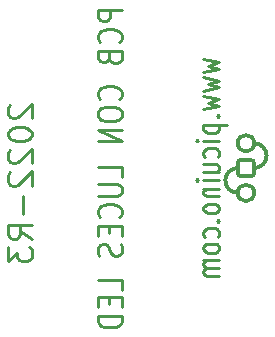
<source format=gbr>
%TF.GenerationSoftware,KiCad,Pcbnew,(5.1.12)-1*%
%TF.CreationDate,2022-03-14T19:12:09+01:00*%
%TF.ProjectId,electronic-pcb-luces-led,656c6563-7472-4696-932d-7063622d6c75,R3*%
%TF.SameCoordinates,PX3072580PY3072580*%
%TF.FileFunction,Legend,Bot*%
%TF.FilePolarity,Positive*%
%FSLAX46Y46*%
G04 Gerber Fmt 4.6, Leading zero omitted, Abs format (unit mm)*
G04 Created by KiCad (PCBNEW (5.1.12)-1) date 2022-03-14 19:12:09*
%MOMM*%
%LPD*%
G01*
G04 APERTURE LIST*
%ADD10C,0.250000*%
%ADD11C,0.300000*%
%ADD12C,6.000000*%
%ADD13R,1.600000X1.600000*%
%ADD14C,1.600000*%
%ADD15C,2.000000*%
%ADD16R,1.800000X1.800000*%
%ADD17C,1.800000*%
%ADD18O,2.400000X1.600000*%
%ADD19R,2.400000X1.600000*%
%ADD20O,2.200000X3.500000*%
%ADD21O,1.500000X2.500000*%
%ADD22R,1.500000X2.500000*%
%ADD23O,1.700000X1.700000*%
%ADD24R,1.700000X1.700000*%
G04 APERTURE END LIST*
D10*
X18145238Y-14335952D02*
X18050000Y-14431190D01*
X17954761Y-14621666D01*
X17954761Y-15097857D01*
X18050000Y-15288333D01*
X18145238Y-15383571D01*
X18335714Y-15478809D01*
X18526190Y-15478809D01*
X18811904Y-15383571D01*
X19954761Y-14240714D01*
X19954761Y-15478809D01*
X17954761Y-16716904D02*
X17954761Y-16907380D01*
X18050000Y-17097857D01*
X18145238Y-17193095D01*
X18335714Y-17288333D01*
X18716666Y-17383571D01*
X19192857Y-17383571D01*
X19573809Y-17288333D01*
X19764285Y-17193095D01*
X19859523Y-17097857D01*
X19954761Y-16907380D01*
X19954761Y-16716904D01*
X19859523Y-16526428D01*
X19764285Y-16431190D01*
X19573809Y-16335952D01*
X19192857Y-16240714D01*
X18716666Y-16240714D01*
X18335714Y-16335952D01*
X18145238Y-16431190D01*
X18050000Y-16526428D01*
X17954761Y-16716904D01*
X18145238Y-18145476D02*
X18050000Y-18240714D01*
X17954761Y-18431190D01*
X17954761Y-18907380D01*
X18050000Y-19097857D01*
X18145238Y-19193095D01*
X18335714Y-19288333D01*
X18526190Y-19288333D01*
X18811904Y-19193095D01*
X19954761Y-18050238D01*
X19954761Y-19288333D01*
X18145238Y-20050238D02*
X18050000Y-20145476D01*
X17954761Y-20335952D01*
X17954761Y-20812142D01*
X18050000Y-21002619D01*
X18145238Y-21097857D01*
X18335714Y-21193095D01*
X18526190Y-21193095D01*
X18811904Y-21097857D01*
X19954761Y-19955000D01*
X19954761Y-21193095D01*
X19192857Y-22050238D02*
X19192857Y-23574047D01*
X19954761Y-25669285D02*
X19002380Y-25002619D01*
X19954761Y-24526428D02*
X17954761Y-24526428D01*
X17954761Y-25288333D01*
X18050000Y-25478809D01*
X18145238Y-25574047D01*
X18335714Y-25669285D01*
X18621428Y-25669285D01*
X18811904Y-25574047D01*
X18907142Y-25478809D01*
X19002380Y-25288333D01*
X19002380Y-24526428D01*
X17954761Y-26335952D02*
X17954761Y-27574047D01*
X18716666Y-26907380D01*
X18716666Y-27193095D01*
X18811904Y-27383571D01*
X18907142Y-27478809D01*
X19097619Y-27574047D01*
X19573809Y-27574047D01*
X19764285Y-27478809D01*
X19859523Y-27383571D01*
X19954761Y-27193095D01*
X19954761Y-26621666D01*
X19859523Y-26431190D01*
X19764285Y-26335952D01*
X27574761Y-6268333D02*
X25574761Y-6268333D01*
X25574761Y-6935000D01*
X25670000Y-7101666D01*
X25765238Y-7185000D01*
X25955714Y-7268333D01*
X26241428Y-7268333D01*
X26431904Y-7185000D01*
X26527142Y-7101666D01*
X26622380Y-6935000D01*
X26622380Y-6268333D01*
X27384285Y-9018333D02*
X27479523Y-8935000D01*
X27574761Y-8685000D01*
X27574761Y-8518333D01*
X27479523Y-8268333D01*
X27289047Y-8101666D01*
X27098571Y-8018333D01*
X26717619Y-7935000D01*
X26431904Y-7935000D01*
X26050952Y-8018333D01*
X25860476Y-8101666D01*
X25670000Y-8268333D01*
X25574761Y-8518333D01*
X25574761Y-8685000D01*
X25670000Y-8935000D01*
X25765238Y-9018333D01*
X26527142Y-10351666D02*
X26622380Y-10601666D01*
X26717619Y-10685000D01*
X26908095Y-10768333D01*
X27193809Y-10768333D01*
X27384285Y-10685000D01*
X27479523Y-10601666D01*
X27574761Y-10435000D01*
X27574761Y-9768333D01*
X25574761Y-9768333D01*
X25574761Y-10351666D01*
X25670000Y-10518333D01*
X25765238Y-10601666D01*
X25955714Y-10685000D01*
X26146190Y-10685000D01*
X26336666Y-10601666D01*
X26431904Y-10518333D01*
X26527142Y-10351666D01*
X26527142Y-9768333D01*
X27384285Y-13851666D02*
X27479523Y-13768333D01*
X27574761Y-13518333D01*
X27574761Y-13351666D01*
X27479523Y-13101666D01*
X27289047Y-12935000D01*
X27098571Y-12851666D01*
X26717619Y-12768333D01*
X26431904Y-12768333D01*
X26050952Y-12851666D01*
X25860476Y-12935000D01*
X25670000Y-13101666D01*
X25574761Y-13351666D01*
X25574761Y-13518333D01*
X25670000Y-13768333D01*
X25765238Y-13851666D01*
X25574761Y-14935000D02*
X25574761Y-15268333D01*
X25670000Y-15435000D01*
X25860476Y-15601666D01*
X26241428Y-15685000D01*
X26908095Y-15685000D01*
X27289047Y-15601666D01*
X27479523Y-15435000D01*
X27574761Y-15268333D01*
X27574761Y-14935000D01*
X27479523Y-14768333D01*
X27289047Y-14601666D01*
X26908095Y-14518333D01*
X26241428Y-14518333D01*
X25860476Y-14601666D01*
X25670000Y-14768333D01*
X25574761Y-14935000D01*
X27574761Y-16435000D02*
X25574761Y-16435000D01*
X27574761Y-17435000D01*
X25574761Y-17435000D01*
X27574761Y-20435000D02*
X27574761Y-19601666D01*
X25574761Y-19601666D01*
X25574761Y-21018333D02*
X27193809Y-21018333D01*
X27384285Y-21101666D01*
X27479523Y-21185000D01*
X27574761Y-21351666D01*
X27574761Y-21685000D01*
X27479523Y-21851666D01*
X27384285Y-21935000D01*
X27193809Y-22018333D01*
X25574761Y-22018333D01*
X27384285Y-23851666D02*
X27479523Y-23768333D01*
X27574761Y-23518333D01*
X27574761Y-23351666D01*
X27479523Y-23101666D01*
X27289047Y-22935000D01*
X27098571Y-22851666D01*
X26717619Y-22768333D01*
X26431904Y-22768333D01*
X26050952Y-22851666D01*
X25860476Y-22935000D01*
X25670000Y-23101666D01*
X25574761Y-23351666D01*
X25574761Y-23518333D01*
X25670000Y-23768333D01*
X25765238Y-23851666D01*
X26527142Y-24601666D02*
X26527142Y-25185000D01*
X27574761Y-25435000D02*
X27574761Y-24601666D01*
X25574761Y-24601666D01*
X25574761Y-25435000D01*
X27479523Y-26101666D02*
X27574761Y-26351666D01*
X27574761Y-26768333D01*
X27479523Y-26935000D01*
X27384285Y-27018333D01*
X27193809Y-27101666D01*
X27003333Y-27101666D01*
X26812857Y-27018333D01*
X26717619Y-26935000D01*
X26622380Y-26768333D01*
X26527142Y-26435000D01*
X26431904Y-26268333D01*
X26336666Y-26185000D01*
X26146190Y-26101666D01*
X25955714Y-26101666D01*
X25765238Y-26185000D01*
X25670000Y-26268333D01*
X25574761Y-26435000D01*
X25574761Y-26851666D01*
X25670000Y-27101666D01*
X27574761Y-30018333D02*
X27574761Y-29185000D01*
X25574761Y-29185000D01*
X26527142Y-30601666D02*
X26527142Y-31185000D01*
X27574761Y-31435000D02*
X27574761Y-30601666D01*
X25574761Y-30601666D01*
X25574761Y-31435000D01*
X27574761Y-32185000D02*
X25574761Y-32185000D01*
X25574761Y-32601666D01*
X25670000Y-32851666D01*
X25860476Y-33018333D01*
X26050952Y-33101666D01*
X26431904Y-33185000D01*
X26717619Y-33185000D01*
X27098571Y-33101666D01*
X27289047Y-33018333D01*
X27479523Y-32851666D01*
X27574761Y-32601666D01*
X27574761Y-32185000D01*
D11*
%TO.C,Picuino_Logo_B6*%
X38801040Y-20083780D02*
X38801040Y-19286220D01*
X38498780Y-18983960D02*
X37701220Y-18983960D01*
X38798500Y-17584420D02*
G75*
G03*
X38798500Y-17584420I-698500J0D01*
G01*
X37701220Y-20386040D02*
X38498780Y-20386040D01*
X37398960Y-19286220D02*
X37398960Y-20083780D01*
X38798500Y-21785580D02*
G75*
G03*
X38798500Y-21785580I-698500J0D01*
G01*
X36347400Y-20736560D02*
G75*
G02*
X37398960Y-19685000I1051560J0D01*
G01*
X37398960Y-19286220D02*
G75*
G02*
X37701220Y-18983960I302260J0D01*
G01*
X38801040Y-20083780D02*
G75*
G02*
X38498780Y-20386040I-302260J0D01*
G01*
X37398960Y-21785580D02*
G75*
G02*
X36349940Y-20736560I0J1049020D01*
G01*
X38801040Y-17584420D02*
G75*
G02*
X39850060Y-18633440I0J-1049020D01*
G01*
X39852600Y-18633440D02*
G75*
G02*
X38801040Y-19685000I-1051560J0D01*
G01*
X38498780Y-18983960D02*
G75*
G02*
X38801040Y-19286220I0J-302260D01*
G01*
X37701220Y-20386040D02*
G75*
G02*
X37398960Y-20083780I0J302260D01*
G01*
D10*
X34496428Y-10435000D02*
X35829761Y-10720714D01*
X34877380Y-11006428D01*
X35829761Y-11292142D01*
X34496428Y-11577857D01*
X34496428Y-12006428D02*
X35829761Y-12292142D01*
X34877380Y-12577857D01*
X35829761Y-12863571D01*
X34496428Y-13149285D01*
X34496428Y-13577857D02*
X35829761Y-13863571D01*
X34877380Y-14149285D01*
X35829761Y-14435000D01*
X34496428Y-14720714D01*
X35639285Y-15292142D02*
X35734523Y-15363571D01*
X35829761Y-15292142D01*
X35734523Y-15220714D01*
X35639285Y-15292142D01*
X35829761Y-15292142D01*
X34496428Y-16006428D02*
X36496428Y-16006428D01*
X34591666Y-16006428D02*
X34496428Y-16149285D01*
X34496428Y-16435000D01*
X34591666Y-16577857D01*
X34686904Y-16649285D01*
X34877380Y-16720714D01*
X35448809Y-16720714D01*
X35639285Y-16649285D01*
X35734523Y-16577857D01*
X35829761Y-16435000D01*
X35829761Y-16149285D01*
X35734523Y-16006428D01*
X35829761Y-17363571D02*
X34496428Y-17363571D01*
X33829761Y-17363571D02*
X33925000Y-17292142D01*
X34020238Y-17363571D01*
X33925000Y-17435000D01*
X33829761Y-17363571D01*
X34020238Y-17363571D01*
X35734523Y-18720714D02*
X35829761Y-18577857D01*
X35829761Y-18292142D01*
X35734523Y-18149285D01*
X35639285Y-18077857D01*
X35448809Y-18006428D01*
X34877380Y-18006428D01*
X34686904Y-18077857D01*
X34591666Y-18149285D01*
X34496428Y-18292142D01*
X34496428Y-18577857D01*
X34591666Y-18720714D01*
X34496428Y-20006428D02*
X35829761Y-20006428D01*
X34496428Y-19363571D02*
X35544047Y-19363571D01*
X35734523Y-19435000D01*
X35829761Y-19577857D01*
X35829761Y-19792142D01*
X35734523Y-19935000D01*
X35639285Y-20006428D01*
X35829761Y-20720714D02*
X34496428Y-20720714D01*
X33829761Y-20720714D02*
X33925000Y-20649285D01*
X34020238Y-20720714D01*
X33925000Y-20792142D01*
X33829761Y-20720714D01*
X34020238Y-20720714D01*
X34496428Y-21435000D02*
X35829761Y-21435000D01*
X34686904Y-21435000D02*
X34591666Y-21506428D01*
X34496428Y-21649285D01*
X34496428Y-21863571D01*
X34591666Y-22006428D01*
X34782142Y-22077857D01*
X35829761Y-22077857D01*
X35829761Y-23006428D02*
X35734523Y-22863571D01*
X35639285Y-22792142D01*
X35448809Y-22720714D01*
X34877380Y-22720714D01*
X34686904Y-22792142D01*
X34591666Y-22863571D01*
X34496428Y-23006428D01*
X34496428Y-23220714D01*
X34591666Y-23363571D01*
X34686904Y-23435000D01*
X34877380Y-23506428D01*
X35448809Y-23506428D01*
X35639285Y-23435000D01*
X35734523Y-23363571D01*
X35829761Y-23220714D01*
X35829761Y-23006428D01*
X35639285Y-24149285D02*
X35734523Y-24220714D01*
X35829761Y-24149285D01*
X35734523Y-24077857D01*
X35639285Y-24149285D01*
X35829761Y-24149285D01*
X35734523Y-25506428D02*
X35829761Y-25363571D01*
X35829761Y-25077857D01*
X35734523Y-24935000D01*
X35639285Y-24863571D01*
X35448809Y-24792142D01*
X34877380Y-24792142D01*
X34686904Y-24863571D01*
X34591666Y-24935000D01*
X34496428Y-25077857D01*
X34496428Y-25363571D01*
X34591666Y-25506428D01*
X35829761Y-26363571D02*
X35734523Y-26220714D01*
X35639285Y-26149285D01*
X35448809Y-26077857D01*
X34877380Y-26077857D01*
X34686904Y-26149285D01*
X34591666Y-26220714D01*
X34496428Y-26363571D01*
X34496428Y-26577857D01*
X34591666Y-26720714D01*
X34686904Y-26792142D01*
X34877380Y-26863571D01*
X35448809Y-26863571D01*
X35639285Y-26792142D01*
X35734523Y-26720714D01*
X35829761Y-26577857D01*
X35829761Y-26363571D01*
X35829761Y-27506428D02*
X34496428Y-27506428D01*
X34686904Y-27506428D02*
X34591666Y-27577857D01*
X34496428Y-27720714D01*
X34496428Y-27935000D01*
X34591666Y-28077857D01*
X34782142Y-28149285D01*
X35829761Y-28149285D01*
X34782142Y-28149285D02*
X34591666Y-28220714D01*
X34496428Y-28363571D01*
X34496428Y-28577857D01*
X34591666Y-28720714D01*
X34782142Y-28792142D01*
X35829761Y-28792142D01*
%TD*%
%LPC*%
D12*
%TO.C,M3*%
X56515000Y-36195000D03*
%TD*%
%TO.C,M3*%
X3175000Y-36195000D03*
%TD*%
%TO.C,M3*%
X3175000Y-3175000D03*
%TD*%
%TO.C,M3*%
X56515000Y-3175000D03*
%TD*%
D13*
%TO.C,C1*%
X8890000Y-34290000D03*
D14*
X10890000Y-34290000D03*
%TD*%
D15*
%TO.C,R3*%
X2540000Y-29845000D03*
X2540000Y-17145000D03*
%TD*%
%TO.C,R1*%
X42545000Y-10160000D03*
X29845000Y-10160000D03*
%TD*%
D13*
%TO.C,C2*%
X14605000Y-34290000D03*
D14*
X16605000Y-34290000D03*
%TD*%
%TO.C,C3*%
X10890000Y-12065000D03*
D13*
X8890000Y-12065000D03*
%TD*%
D15*
%TO.C,R5*%
X29845000Y-21590000D03*
X42545000Y-21590000D03*
%TD*%
%TO.C,R6*%
X6350000Y-29845000D03*
X6350000Y-17145000D03*
%TD*%
%TO.C,R7*%
X29845000Y-25400000D03*
X42545000Y-25400000D03*
%TD*%
%TO.C,R8*%
X42545000Y-29210000D03*
X29845000Y-29210000D03*
%TD*%
%TO.C,R9*%
X10160000Y-17145000D03*
X10160000Y-29845000D03*
%TD*%
%TO.C,R4*%
X29845000Y-17780000D03*
X42545000Y-17780000D03*
%TD*%
D16*
%TO.C,D1*%
X27305000Y-3810000D03*
D17*
X29845000Y-3810000D03*
%TD*%
D16*
%TO.C,D2*%
X42545000Y-3810000D03*
D17*
X45085000Y-3810000D03*
%TD*%
%TO.C,D3*%
X57150000Y-12065000D03*
D16*
X54610000Y-12065000D03*
%TD*%
%TO.C,D4*%
X54610000Y-27305000D03*
D17*
X57150000Y-27305000D03*
%TD*%
%TO.C,D5*%
X45085000Y-35560000D03*
D16*
X42545000Y-35560000D03*
%TD*%
D17*
%TO.C,D6*%
X29845000Y-35560000D03*
D16*
X27305000Y-35560000D03*
%TD*%
D18*
%TO.C,U1*%
X22860000Y-13970000D03*
X15240000Y-29210000D03*
X22860000Y-16510000D03*
X15240000Y-26670000D03*
X22860000Y-19050000D03*
X15240000Y-24130000D03*
X22860000Y-21590000D03*
X15240000Y-21590000D03*
X22860000Y-24130000D03*
X15240000Y-19050000D03*
X22860000Y-26670000D03*
X15240000Y-16510000D03*
X22860000Y-29210000D03*
D19*
X15240000Y-13970000D03*
%TD*%
D15*
%TO.C,R2*%
X29845000Y-13970000D03*
X42545000Y-13970000D03*
%TD*%
D20*
%TO.C,SW1*%
X9775000Y-3810000D03*
X17975000Y-3810000D03*
D21*
X11875000Y-3810000D03*
X13875000Y-3810000D03*
D22*
X15875000Y-3810000D03*
%TD*%
D23*
%TO.C,BT1*%
X2540000Y-13335000D03*
D24*
X2540000Y-10795000D03*
%TD*%
D15*
%TO.C,C4*%
X20320000Y-10160000D03*
X17780000Y-10160000D03*
X15240000Y-10160000D03*
X22860000Y-10160000D03*
%TD*%
M02*

</source>
